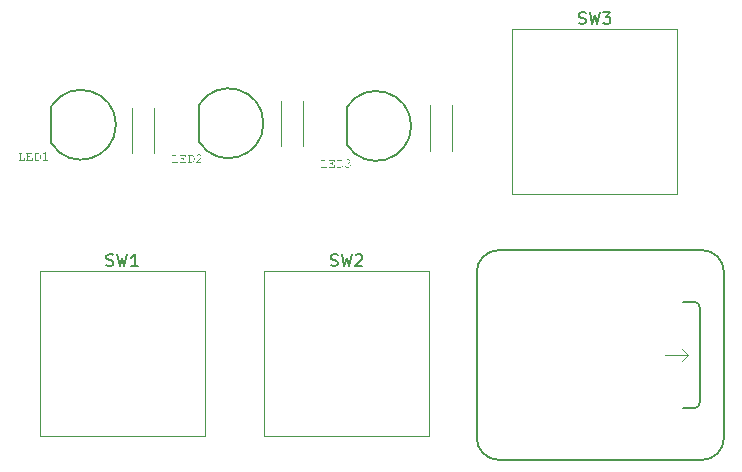
<source format=gbr>
%TF.GenerationSoftware,KiCad,Pcbnew,9.0.1*%
%TF.CreationDate,2025-07-02T16:10:44-04:00*%
%TF.ProjectId,pathfinder,70617468-6669-46e6-9465-722e6b696361,rev?*%
%TF.SameCoordinates,Original*%
%TF.FileFunction,Legend,Top*%
%TF.FilePolarity,Positive*%
%FSLAX46Y46*%
G04 Gerber Fmt 4.6, Leading zero omitted, Abs format (unit mm)*
G04 Created by KiCad (PCBNEW 9.0.1) date 2025-07-02 16:10:44*
%MOMM*%
%LPD*%
G01*
G04 APERTURE LIST*
%ADD10C,0.150000*%
%ADD11C,0.127000*%
%ADD12C,0.100000*%
%ADD13C,0.120000*%
G04 APERTURE END LIST*
D10*
G36*
X128913559Y-56738001D02*
G01*
X128913559Y-57285105D01*
X129218521Y-57285105D01*
X129218521Y-57103779D01*
X129220404Y-57088546D01*
X129225066Y-57079794D01*
X129232543Y-57074361D01*
X129242017Y-57072516D01*
X129251044Y-57074274D01*
X129258381Y-57079501D01*
X129263055Y-57088116D01*
X129264976Y-57103779D01*
X129264976Y-57332000D01*
X128757830Y-57332000D01*
X128742929Y-57330086D01*
X128734285Y-57325307D01*
X128728987Y-57317807D01*
X128727202Y-57308552D01*
X128729021Y-57298886D01*
X128734285Y-57291553D01*
X128742903Y-57286957D01*
X128757830Y-57285105D01*
X128867104Y-57285105D01*
X128867104Y-56738001D01*
X128757830Y-56738001D01*
X128742898Y-56736161D01*
X128734285Y-56731602D01*
X128729020Y-56724228D01*
X128727202Y-56714554D01*
X128729021Y-56704887D01*
X128734285Y-56697554D01*
X128742903Y-56692958D01*
X128757830Y-56691106D01*
X129022833Y-56691106D01*
X129037752Y-56692960D01*
X129046329Y-56697554D01*
X129051631Y-56704892D01*
X129053461Y-56714554D01*
X129051633Y-56724224D01*
X129046329Y-56731602D01*
X129037757Y-56736160D01*
X129022833Y-56738001D01*
X128913559Y-56738001D01*
G37*
G36*
X129514983Y-57022495D02*
G01*
X129514983Y-57285105D01*
X129868011Y-57285105D01*
X129868011Y-57150674D01*
X129869819Y-57135409D01*
X129874264Y-57126689D01*
X129881506Y-57121267D01*
X129890970Y-57119411D01*
X129900425Y-57121269D01*
X129907627Y-57126689D01*
X129912108Y-57135414D01*
X129913929Y-57150674D01*
X129913929Y-57332000D01*
X129407320Y-57332000D01*
X129392463Y-57330087D01*
X129383824Y-57325307D01*
X129378527Y-57317807D01*
X129376741Y-57308552D01*
X129378561Y-57298886D01*
X129383824Y-57291553D01*
X129392437Y-57286955D01*
X129407320Y-57285105D01*
X129469065Y-57285105D01*
X129469065Y-56738001D01*
X129407320Y-56738001D01*
X129392432Y-56736163D01*
X129383824Y-56731602D01*
X129378559Y-56724228D01*
X129376741Y-56714554D01*
X129378561Y-56704887D01*
X129383824Y-56697554D01*
X129392437Y-56692957D01*
X129407320Y-56691106D01*
X129889895Y-56691106D01*
X129889895Y-56847422D01*
X129888077Y-56862689D01*
X129883594Y-56871455D01*
X129876396Y-56876837D01*
X129866936Y-56878685D01*
X129857468Y-56876839D01*
X129850230Y-56871455D01*
X129845784Y-56862694D01*
X129843978Y-56847422D01*
X129843978Y-56738001D01*
X129514983Y-56738001D01*
X129514983Y-56975600D01*
X129679456Y-56975600D01*
X129679456Y-56925579D01*
X129681339Y-56910346D01*
X129686001Y-56901595D01*
X129693478Y-56896161D01*
X129702952Y-56894316D01*
X129711955Y-56896137D01*
X129719316Y-56901595D01*
X129724015Y-56910351D01*
X129725911Y-56925579D01*
X129725911Y-57072516D01*
X129724017Y-57087752D01*
X129719316Y-57096549D01*
X129711959Y-57101968D01*
X129702952Y-57103779D01*
X129693474Y-57101945D01*
X129686001Y-57096549D01*
X129681337Y-57087757D01*
X129679456Y-57072516D01*
X129679456Y-57022495D01*
X129514983Y-57022495D01*
G37*
G36*
X130402008Y-56693868D02*
G01*
X130437075Y-56701949D01*
X130469679Y-56715237D01*
X130513244Y-56742035D01*
X130542659Y-56769997D01*
X130580980Y-56824088D01*
X130608262Y-56880101D01*
X130619879Y-56924537D01*
X130624089Y-56979801D01*
X130624089Y-57043304D01*
X130620655Y-57089751D01*
X130610342Y-57135256D01*
X130592924Y-57180276D01*
X130568390Y-57221455D01*
X130534255Y-57259887D01*
X130489121Y-57295852D01*
X130451612Y-57315751D01*
X130410214Y-57327840D01*
X130363971Y-57332000D01*
X130116943Y-57332000D01*
X130102086Y-57330087D01*
X130093447Y-57325307D01*
X130088150Y-57317807D01*
X130086364Y-57308552D01*
X130088184Y-57298886D01*
X130093447Y-57291553D01*
X130102060Y-57286955D01*
X130116943Y-57285105D01*
X130155729Y-57285105D01*
X130201647Y-57285105D01*
X130368318Y-57285105D01*
X130405737Y-57281007D01*
X130441652Y-57268665D01*
X130476811Y-57247443D01*
X130508129Y-57220227D01*
X130533274Y-57190189D01*
X130552770Y-57157073D01*
X130572027Y-57103871D01*
X130578172Y-57053074D01*
X130578172Y-56970080D01*
X130574607Y-56929009D01*
X130564494Y-56894170D01*
X130541005Y-56847235D01*
X130508758Y-56801895D01*
X130485663Y-56779830D01*
X130450823Y-56757931D01*
X130411203Y-56743015D01*
X130368318Y-56738001D01*
X130201647Y-56738001D01*
X130201647Y-57285105D01*
X130155729Y-57285105D01*
X130155729Y-56738001D01*
X130116943Y-56738001D01*
X130102055Y-56736163D01*
X130093447Y-56731602D01*
X130088182Y-56724228D01*
X130086364Y-56714554D01*
X130088184Y-56704887D01*
X130093447Y-56697554D01*
X130102060Y-56692957D01*
X130116943Y-56691106D01*
X130363971Y-56691106D01*
X130402008Y-56693868D01*
G37*
G36*
X130809616Y-57285105D02*
G01*
X131162107Y-57285105D01*
X131162107Y-57266542D01*
X131163992Y-57251215D01*
X131168653Y-57242411D01*
X131176134Y-57236939D01*
X131185604Y-57235084D01*
X131194649Y-57236907D01*
X131202017Y-57242362D01*
X131206680Y-57251161D01*
X131208562Y-57266445D01*
X131208562Y-57332000D01*
X130764822Y-57332000D01*
X130764822Y-57263270D01*
X130903038Y-57136474D01*
X131036957Y-57007938D01*
X131121661Y-56918741D01*
X131141924Y-56890470D01*
X131153070Y-56868622D01*
X131159476Y-56846761D01*
X131161570Y-56825098D01*
X131156420Y-56787759D01*
X131140966Y-56753367D01*
X131114040Y-56720806D01*
X131080115Y-56695593D01*
X131042295Y-56680606D01*
X130999295Y-56675475D01*
X130960328Y-56679345D01*
X130925080Y-56690681D01*
X130892708Y-56709571D01*
X130864883Y-56734658D01*
X130845128Y-56762621D01*
X130832575Y-56793981D01*
X130824417Y-56810736D01*
X130809079Y-56816159D01*
X130800498Y-56814577D01*
X130793496Y-56809906D01*
X130788800Y-56803027D01*
X130787244Y-56794958D01*
X130793116Y-56767556D01*
X130815918Y-56724274D01*
X130837266Y-56696871D01*
X130863489Y-56673563D01*
X130895150Y-56654128D01*
X130929567Y-56639789D01*
X130963956Y-56631368D01*
X130998709Y-56628580D01*
X131040481Y-56632379D01*
X131078509Y-56643501D01*
X131113586Y-56661948D01*
X131146281Y-56688273D01*
X131174100Y-56720202D01*
X131193099Y-56753013D01*
X131204278Y-56787193D01*
X131208025Y-56823437D01*
X131205355Y-56854276D01*
X131197620Y-56881762D01*
X131184429Y-56908218D01*
X131162401Y-56939794D01*
X131131943Y-56974658D01*
X131073057Y-57034756D01*
X130917961Y-57183957D01*
X130809616Y-57281832D01*
X130809616Y-57285105D01*
G37*
G36*
X141513559Y-57163001D02*
G01*
X141513559Y-57710105D01*
X141818521Y-57710105D01*
X141818521Y-57528779D01*
X141820404Y-57513546D01*
X141825066Y-57504794D01*
X141832543Y-57499361D01*
X141842017Y-57497516D01*
X141851044Y-57499274D01*
X141858381Y-57504501D01*
X141863055Y-57513116D01*
X141864976Y-57528779D01*
X141864976Y-57757000D01*
X141357830Y-57757000D01*
X141342929Y-57755086D01*
X141334285Y-57750307D01*
X141328987Y-57742807D01*
X141327202Y-57733552D01*
X141329021Y-57723886D01*
X141334285Y-57716553D01*
X141342903Y-57711957D01*
X141357830Y-57710105D01*
X141467104Y-57710105D01*
X141467104Y-57163001D01*
X141357830Y-57163001D01*
X141342898Y-57161161D01*
X141334285Y-57156602D01*
X141329020Y-57149228D01*
X141327202Y-57139554D01*
X141329021Y-57129887D01*
X141334285Y-57122554D01*
X141342903Y-57117958D01*
X141357830Y-57116106D01*
X141622833Y-57116106D01*
X141637752Y-57117960D01*
X141646329Y-57122554D01*
X141651631Y-57129892D01*
X141653461Y-57139554D01*
X141651633Y-57149224D01*
X141646329Y-57156602D01*
X141637757Y-57161160D01*
X141622833Y-57163001D01*
X141513559Y-57163001D01*
G37*
G36*
X142114983Y-57447495D02*
G01*
X142114983Y-57710105D01*
X142468011Y-57710105D01*
X142468011Y-57575674D01*
X142469819Y-57560409D01*
X142474264Y-57551689D01*
X142481506Y-57546267D01*
X142490970Y-57544411D01*
X142500425Y-57546269D01*
X142507627Y-57551689D01*
X142512108Y-57560414D01*
X142513929Y-57575674D01*
X142513929Y-57757000D01*
X142007320Y-57757000D01*
X141992463Y-57755087D01*
X141983824Y-57750307D01*
X141978527Y-57742807D01*
X141976741Y-57733552D01*
X141978561Y-57723886D01*
X141983824Y-57716553D01*
X141992437Y-57711955D01*
X142007320Y-57710105D01*
X142069065Y-57710105D01*
X142069065Y-57163001D01*
X142007320Y-57163001D01*
X141992432Y-57161163D01*
X141983824Y-57156602D01*
X141978559Y-57149228D01*
X141976741Y-57139554D01*
X141978561Y-57129887D01*
X141983824Y-57122554D01*
X141992437Y-57117957D01*
X142007320Y-57116106D01*
X142489895Y-57116106D01*
X142489895Y-57272422D01*
X142488077Y-57287689D01*
X142483594Y-57296455D01*
X142476396Y-57301837D01*
X142466936Y-57303685D01*
X142457468Y-57301839D01*
X142450230Y-57296455D01*
X142445784Y-57287694D01*
X142443978Y-57272422D01*
X142443978Y-57163001D01*
X142114983Y-57163001D01*
X142114983Y-57400600D01*
X142279456Y-57400600D01*
X142279456Y-57350579D01*
X142281339Y-57335346D01*
X142286001Y-57326595D01*
X142293478Y-57321161D01*
X142302952Y-57319316D01*
X142311955Y-57321137D01*
X142319316Y-57326595D01*
X142324015Y-57335351D01*
X142325911Y-57350579D01*
X142325911Y-57497516D01*
X142324017Y-57512752D01*
X142319316Y-57521549D01*
X142311959Y-57526968D01*
X142302952Y-57528779D01*
X142293474Y-57526945D01*
X142286001Y-57521549D01*
X142281337Y-57512757D01*
X142279456Y-57497516D01*
X142279456Y-57447495D01*
X142114983Y-57447495D01*
G37*
G36*
X143002008Y-57118868D02*
G01*
X143037075Y-57126949D01*
X143069679Y-57140237D01*
X143113244Y-57167035D01*
X143142659Y-57194997D01*
X143180980Y-57249088D01*
X143208262Y-57305101D01*
X143219879Y-57349537D01*
X143224089Y-57404801D01*
X143224089Y-57468304D01*
X143220655Y-57514751D01*
X143210342Y-57560256D01*
X143192924Y-57605276D01*
X143168390Y-57646455D01*
X143134255Y-57684887D01*
X143089121Y-57720852D01*
X143051612Y-57740751D01*
X143010214Y-57752840D01*
X142963971Y-57757000D01*
X142716943Y-57757000D01*
X142702086Y-57755087D01*
X142693447Y-57750307D01*
X142688150Y-57742807D01*
X142686364Y-57733552D01*
X142688184Y-57723886D01*
X142693447Y-57716553D01*
X142702060Y-57711955D01*
X142716943Y-57710105D01*
X142755729Y-57710105D01*
X142801647Y-57710105D01*
X142968318Y-57710105D01*
X143005737Y-57706007D01*
X143041652Y-57693665D01*
X143076811Y-57672443D01*
X143108129Y-57645227D01*
X143133274Y-57615189D01*
X143152770Y-57582073D01*
X143172027Y-57528871D01*
X143178172Y-57478074D01*
X143178172Y-57395080D01*
X143174607Y-57354009D01*
X143164494Y-57319170D01*
X143141005Y-57272235D01*
X143108758Y-57226895D01*
X143085663Y-57204830D01*
X143050823Y-57182931D01*
X143011203Y-57168015D01*
X142968318Y-57163001D01*
X142801647Y-57163001D01*
X142801647Y-57710105D01*
X142755729Y-57710105D01*
X142755729Y-57163001D01*
X142716943Y-57163001D01*
X142702055Y-57161163D01*
X142693447Y-57156602D01*
X142688182Y-57149228D01*
X142686364Y-57139554D01*
X142688184Y-57129887D01*
X142693447Y-57122554D01*
X142702060Y-57117957D01*
X142716943Y-57116106D01*
X142963971Y-57116106D01*
X143002008Y-57118868D01*
G37*
G36*
X143701486Y-57382526D02*
G01*
X143741384Y-57404491D01*
X143773255Y-57430447D01*
X143798158Y-57460489D01*
X143817007Y-57494683D01*
X143827923Y-57528851D01*
X143831521Y-57563608D01*
X143827423Y-57603311D01*
X143815246Y-57640372D01*
X143794635Y-57675578D01*
X143764550Y-57709470D01*
X143729288Y-57736914D01*
X143690176Y-57756480D01*
X143646454Y-57768476D01*
X143597097Y-57772631D01*
X143538107Y-57766475D01*
X143474682Y-57747083D01*
X143417245Y-57719101D01*
X143386169Y-57694913D01*
X143379912Y-57685517D01*
X143377962Y-57676057D01*
X143379515Y-57667754D01*
X143384215Y-57660524D01*
X143391176Y-57655483D01*
X143399260Y-57653831D01*
X143407967Y-57655666D01*
X143418946Y-57662136D01*
X143463129Y-57690624D01*
X143507393Y-57710290D01*
X143552216Y-57721880D01*
X143598172Y-57725736D01*
X143649392Y-57719982D01*
X143693383Y-57703389D01*
X143731772Y-57675911D01*
X143762592Y-57640073D01*
X143779925Y-57603525D01*
X143785604Y-57565073D01*
X143782782Y-57538606D01*
X143774143Y-57512084D01*
X143759079Y-57485011D01*
X143739324Y-57461185D01*
X143714188Y-57440615D01*
X143682875Y-57423217D01*
X143632432Y-57406155D01*
X143582345Y-57400600D01*
X143567423Y-57398736D01*
X143558800Y-57394103D01*
X143553539Y-57386670D01*
X143551717Y-57376860D01*
X143553451Y-57367493D01*
X143558555Y-57359958D01*
X143566632Y-57355027D01*
X143579072Y-57353168D01*
X143618395Y-57353706D01*
X143658081Y-57349334D01*
X143691594Y-57336827D01*
X143720293Y-57316288D01*
X143743070Y-57289330D01*
X143756137Y-57260730D01*
X143760495Y-57229533D01*
X143755948Y-57197308D01*
X143742282Y-57167628D01*
X143718388Y-57139505D01*
X143688278Y-57118227D01*
X143652220Y-57105109D01*
X143608576Y-57100475D01*
X143562404Y-57104737D01*
X143521089Y-57117132D01*
X143484628Y-57137191D01*
X143457195Y-57162561D01*
X143443810Y-57176141D01*
X143433161Y-57178632D01*
X143424541Y-57177029D01*
X143417285Y-57172233D01*
X143412364Y-57165182D01*
X143410740Y-57156944D01*
X143414389Y-57143730D01*
X143428126Y-57125788D01*
X143458269Y-57100817D01*
X143504255Y-57074623D01*
X143553983Y-57058927D01*
X143608576Y-57053580D01*
X143651410Y-57057067D01*
X143688870Y-57067073D01*
X143721901Y-57083265D01*
X143751214Y-57105799D01*
X143776049Y-57133749D01*
X143793223Y-57163414D01*
X143803470Y-57195282D01*
X143806950Y-57230070D01*
X143804021Y-57259911D01*
X143795215Y-57288713D01*
X143780181Y-57316972D01*
X143760099Y-57341903D01*
X143734164Y-57363729D01*
X143701486Y-57382526D01*
G37*
X142166667Y-66033200D02*
X142309524Y-66080819D01*
X142309524Y-66080819D02*
X142547619Y-66080819D01*
X142547619Y-66080819D02*
X142642857Y-66033200D01*
X142642857Y-66033200D02*
X142690476Y-65985580D01*
X142690476Y-65985580D02*
X142738095Y-65890342D01*
X142738095Y-65890342D02*
X142738095Y-65795104D01*
X142738095Y-65795104D02*
X142690476Y-65699866D01*
X142690476Y-65699866D02*
X142642857Y-65652247D01*
X142642857Y-65652247D02*
X142547619Y-65604628D01*
X142547619Y-65604628D02*
X142357143Y-65557009D01*
X142357143Y-65557009D02*
X142261905Y-65509390D01*
X142261905Y-65509390D02*
X142214286Y-65461771D01*
X142214286Y-65461771D02*
X142166667Y-65366533D01*
X142166667Y-65366533D02*
X142166667Y-65271295D01*
X142166667Y-65271295D02*
X142214286Y-65176057D01*
X142214286Y-65176057D02*
X142261905Y-65128438D01*
X142261905Y-65128438D02*
X142357143Y-65080819D01*
X142357143Y-65080819D02*
X142595238Y-65080819D01*
X142595238Y-65080819D02*
X142738095Y-65128438D01*
X143071429Y-65080819D02*
X143309524Y-66080819D01*
X143309524Y-66080819D02*
X143500000Y-65366533D01*
X143500000Y-65366533D02*
X143690476Y-66080819D01*
X143690476Y-66080819D02*
X143928572Y-65080819D01*
X144261905Y-65176057D02*
X144309524Y-65128438D01*
X144309524Y-65128438D02*
X144404762Y-65080819D01*
X144404762Y-65080819D02*
X144642857Y-65080819D01*
X144642857Y-65080819D02*
X144738095Y-65128438D01*
X144738095Y-65128438D02*
X144785714Y-65176057D01*
X144785714Y-65176057D02*
X144833333Y-65271295D01*
X144833333Y-65271295D02*
X144833333Y-65366533D01*
X144833333Y-65366533D02*
X144785714Y-65509390D01*
X144785714Y-65509390D02*
X144214286Y-66080819D01*
X144214286Y-66080819D02*
X144833333Y-66080819D01*
G36*
X115913559Y-56563001D02*
G01*
X115913559Y-57110105D01*
X116218521Y-57110105D01*
X116218521Y-56928779D01*
X116220404Y-56913546D01*
X116225066Y-56904794D01*
X116232543Y-56899361D01*
X116242017Y-56897516D01*
X116251044Y-56899274D01*
X116258381Y-56904501D01*
X116263055Y-56913116D01*
X116264976Y-56928779D01*
X116264976Y-57157000D01*
X115757830Y-57157000D01*
X115742929Y-57155086D01*
X115734285Y-57150307D01*
X115728987Y-57142807D01*
X115727202Y-57133552D01*
X115729021Y-57123886D01*
X115734285Y-57116553D01*
X115742903Y-57111957D01*
X115757830Y-57110105D01*
X115867104Y-57110105D01*
X115867104Y-56563001D01*
X115757830Y-56563001D01*
X115742898Y-56561161D01*
X115734285Y-56556602D01*
X115729020Y-56549228D01*
X115727202Y-56539554D01*
X115729021Y-56529887D01*
X115734285Y-56522554D01*
X115742903Y-56517958D01*
X115757830Y-56516106D01*
X116022833Y-56516106D01*
X116037752Y-56517960D01*
X116046329Y-56522554D01*
X116051631Y-56529892D01*
X116053461Y-56539554D01*
X116051633Y-56549224D01*
X116046329Y-56556602D01*
X116037757Y-56561160D01*
X116022833Y-56563001D01*
X115913559Y-56563001D01*
G37*
G36*
X116514983Y-56847495D02*
G01*
X116514983Y-57110105D01*
X116868011Y-57110105D01*
X116868011Y-56975674D01*
X116869819Y-56960409D01*
X116874264Y-56951689D01*
X116881506Y-56946267D01*
X116890970Y-56944411D01*
X116900425Y-56946269D01*
X116907627Y-56951689D01*
X116912108Y-56960414D01*
X116913929Y-56975674D01*
X116913929Y-57157000D01*
X116407320Y-57157000D01*
X116392463Y-57155087D01*
X116383824Y-57150307D01*
X116378527Y-57142807D01*
X116376741Y-57133552D01*
X116378561Y-57123886D01*
X116383824Y-57116553D01*
X116392437Y-57111955D01*
X116407320Y-57110105D01*
X116469065Y-57110105D01*
X116469065Y-56563001D01*
X116407320Y-56563001D01*
X116392432Y-56561163D01*
X116383824Y-56556602D01*
X116378559Y-56549228D01*
X116376741Y-56539554D01*
X116378561Y-56529887D01*
X116383824Y-56522554D01*
X116392437Y-56517957D01*
X116407320Y-56516106D01*
X116889895Y-56516106D01*
X116889895Y-56672422D01*
X116888077Y-56687689D01*
X116883594Y-56696455D01*
X116876396Y-56701837D01*
X116866936Y-56703685D01*
X116857468Y-56701839D01*
X116850230Y-56696455D01*
X116845784Y-56687694D01*
X116843978Y-56672422D01*
X116843978Y-56563001D01*
X116514983Y-56563001D01*
X116514983Y-56800600D01*
X116679456Y-56800600D01*
X116679456Y-56750579D01*
X116681339Y-56735346D01*
X116686001Y-56726595D01*
X116693478Y-56721161D01*
X116702952Y-56719316D01*
X116711955Y-56721137D01*
X116719316Y-56726595D01*
X116724015Y-56735351D01*
X116725911Y-56750579D01*
X116725911Y-56897516D01*
X116724017Y-56912752D01*
X116719316Y-56921549D01*
X116711959Y-56926968D01*
X116702952Y-56928779D01*
X116693474Y-56926945D01*
X116686001Y-56921549D01*
X116681337Y-56912757D01*
X116679456Y-56897516D01*
X116679456Y-56847495D01*
X116514983Y-56847495D01*
G37*
G36*
X117402008Y-56518868D02*
G01*
X117437075Y-56526949D01*
X117469679Y-56540237D01*
X117513244Y-56567035D01*
X117542659Y-56594997D01*
X117580980Y-56649088D01*
X117608262Y-56705101D01*
X117619879Y-56749537D01*
X117624089Y-56804801D01*
X117624089Y-56868304D01*
X117620655Y-56914751D01*
X117610342Y-56960256D01*
X117592924Y-57005276D01*
X117568390Y-57046455D01*
X117534255Y-57084887D01*
X117489121Y-57120852D01*
X117451612Y-57140751D01*
X117410214Y-57152840D01*
X117363971Y-57157000D01*
X117116943Y-57157000D01*
X117102086Y-57155087D01*
X117093447Y-57150307D01*
X117088150Y-57142807D01*
X117086364Y-57133552D01*
X117088184Y-57123886D01*
X117093447Y-57116553D01*
X117102060Y-57111955D01*
X117116943Y-57110105D01*
X117155729Y-57110105D01*
X117201647Y-57110105D01*
X117368318Y-57110105D01*
X117405737Y-57106007D01*
X117441652Y-57093665D01*
X117476811Y-57072443D01*
X117508129Y-57045227D01*
X117533274Y-57015189D01*
X117552770Y-56982073D01*
X117572027Y-56928871D01*
X117578172Y-56878074D01*
X117578172Y-56795080D01*
X117574607Y-56754009D01*
X117564494Y-56719170D01*
X117541005Y-56672235D01*
X117508758Y-56626895D01*
X117485663Y-56604830D01*
X117450823Y-56582931D01*
X117411203Y-56568015D01*
X117368318Y-56563001D01*
X117201647Y-56563001D01*
X117201647Y-57110105D01*
X117155729Y-57110105D01*
X117155729Y-56563001D01*
X117116943Y-56563001D01*
X117102055Y-56561163D01*
X117093447Y-56556602D01*
X117088182Y-56549228D01*
X117086364Y-56539554D01*
X117088184Y-56529887D01*
X117093447Y-56522554D01*
X117102060Y-56517957D01*
X117116943Y-56516106D01*
X117363971Y-56516106D01*
X117402008Y-56518868D01*
G37*
G36*
X118029874Y-56462959D02*
G01*
X118029874Y-57110105D01*
X118187264Y-57110105D01*
X118202183Y-57111959D01*
X118210761Y-57116553D01*
X118216062Y-57123890D01*
X118217893Y-57133552D01*
X118216096Y-57142803D01*
X118210761Y-57150307D01*
X118202157Y-57155084D01*
X118187264Y-57157000D01*
X117826567Y-57157000D01*
X117811709Y-57155087D01*
X117803070Y-57150307D01*
X117797773Y-57142807D01*
X117795987Y-57133552D01*
X117797807Y-57123886D01*
X117803070Y-57116553D01*
X117811683Y-57111955D01*
X117826567Y-57110105D01*
X117983957Y-57110105D01*
X117983957Y-56525485D01*
X117834236Y-56572233D01*
X117818360Y-56575506D01*
X117810691Y-56573891D01*
X117803364Y-56568765D01*
X117798213Y-56561327D01*
X117796525Y-56552792D01*
X117801996Y-56537648D01*
X117820021Y-56528416D01*
X118029874Y-56462959D01*
G37*
X163166667Y-45533200D02*
X163309524Y-45580819D01*
X163309524Y-45580819D02*
X163547619Y-45580819D01*
X163547619Y-45580819D02*
X163642857Y-45533200D01*
X163642857Y-45533200D02*
X163690476Y-45485580D01*
X163690476Y-45485580D02*
X163738095Y-45390342D01*
X163738095Y-45390342D02*
X163738095Y-45295104D01*
X163738095Y-45295104D02*
X163690476Y-45199866D01*
X163690476Y-45199866D02*
X163642857Y-45152247D01*
X163642857Y-45152247D02*
X163547619Y-45104628D01*
X163547619Y-45104628D02*
X163357143Y-45057009D01*
X163357143Y-45057009D02*
X163261905Y-45009390D01*
X163261905Y-45009390D02*
X163214286Y-44961771D01*
X163214286Y-44961771D02*
X163166667Y-44866533D01*
X163166667Y-44866533D02*
X163166667Y-44771295D01*
X163166667Y-44771295D02*
X163214286Y-44676057D01*
X163214286Y-44676057D02*
X163261905Y-44628438D01*
X163261905Y-44628438D02*
X163357143Y-44580819D01*
X163357143Y-44580819D02*
X163595238Y-44580819D01*
X163595238Y-44580819D02*
X163738095Y-44628438D01*
X164071429Y-44580819D02*
X164309524Y-45580819D01*
X164309524Y-45580819D02*
X164500000Y-44866533D01*
X164500000Y-44866533D02*
X164690476Y-45580819D01*
X164690476Y-45580819D02*
X164928572Y-44580819D01*
X165214286Y-44580819D02*
X165833333Y-44580819D01*
X165833333Y-44580819D02*
X165500000Y-44961771D01*
X165500000Y-44961771D02*
X165642857Y-44961771D01*
X165642857Y-44961771D02*
X165738095Y-45009390D01*
X165738095Y-45009390D02*
X165785714Y-45057009D01*
X165785714Y-45057009D02*
X165833333Y-45152247D01*
X165833333Y-45152247D02*
X165833333Y-45390342D01*
X165833333Y-45390342D02*
X165785714Y-45485580D01*
X165785714Y-45485580D02*
X165738095Y-45533200D01*
X165738095Y-45533200D02*
X165642857Y-45580819D01*
X165642857Y-45580819D02*
X165357143Y-45580819D01*
X165357143Y-45580819D02*
X165261905Y-45533200D01*
X165261905Y-45533200D02*
X165214286Y-45485580D01*
X123166667Y-66033200D02*
X123309524Y-66080819D01*
X123309524Y-66080819D02*
X123547619Y-66080819D01*
X123547619Y-66080819D02*
X123642857Y-66033200D01*
X123642857Y-66033200D02*
X123690476Y-65985580D01*
X123690476Y-65985580D02*
X123738095Y-65890342D01*
X123738095Y-65890342D02*
X123738095Y-65795104D01*
X123738095Y-65795104D02*
X123690476Y-65699866D01*
X123690476Y-65699866D02*
X123642857Y-65652247D01*
X123642857Y-65652247D02*
X123547619Y-65604628D01*
X123547619Y-65604628D02*
X123357143Y-65557009D01*
X123357143Y-65557009D02*
X123261905Y-65509390D01*
X123261905Y-65509390D02*
X123214286Y-65461771D01*
X123214286Y-65461771D02*
X123166667Y-65366533D01*
X123166667Y-65366533D02*
X123166667Y-65271295D01*
X123166667Y-65271295D02*
X123214286Y-65176057D01*
X123214286Y-65176057D02*
X123261905Y-65128438D01*
X123261905Y-65128438D02*
X123357143Y-65080819D01*
X123357143Y-65080819D02*
X123595238Y-65080819D01*
X123595238Y-65080819D02*
X123738095Y-65128438D01*
X124071429Y-65080819D02*
X124309524Y-66080819D01*
X124309524Y-66080819D02*
X124500000Y-65366533D01*
X124500000Y-65366533D02*
X124690476Y-66080819D01*
X124690476Y-66080819D02*
X124928572Y-65080819D01*
X125833333Y-66080819D02*
X125261905Y-66080819D01*
X125547619Y-66080819D02*
X125547619Y-65080819D01*
X125547619Y-65080819D02*
X125452381Y-65223676D01*
X125452381Y-65223676D02*
X125357143Y-65318914D01*
X125357143Y-65318914D02*
X125261905Y-65366533D01*
D11*
%TO.C,LED2*%
X131000000Y-52434000D02*
X131000000Y-55566000D01*
X131000000Y-52434000D02*
G75*
G02*
X131000000Y-55566000I2506124J-1566000D01*
G01*
%TO.C,LED3*%
X143500000Y-52659000D02*
X143500000Y-55791000D01*
X143500000Y-52659000D02*
G75*
G02*
X143500000Y-55791000I2506124J-1566000D01*
G01*
%TO.C,U1*%
X154506000Y-66635000D02*
X154506000Y-80605000D01*
X156411000Y-64730000D02*
X173556000Y-64730000D01*
X156411000Y-82510000D02*
X173556000Y-82510000D01*
D12*
X170420000Y-73620000D02*
X172420000Y-73620000D01*
D11*
X172010000Y-69118636D02*
X172920272Y-69122364D01*
D12*
X172420000Y-73620000D02*
X171920000Y-73120000D01*
X172420000Y-73620000D02*
X171920000Y-74120000D01*
D11*
X172920000Y-78117636D02*
X172010000Y-78117636D01*
X173420000Y-69622364D02*
X173420000Y-77617636D01*
D12*
X175461000Y-80605000D02*
X175461000Y-66635000D01*
D11*
X175461000Y-80605000D02*
X175461000Y-66635000D01*
X154506000Y-66635000D02*
G75*
G02*
X156411000Y-64730000I1905001J-1D01*
G01*
X156411000Y-82510000D02*
G75*
G02*
X154506000Y-80605000I0J1905000D01*
G01*
X172920272Y-69122364D02*
G75*
G02*
X173419999Y-69622364I-291J-500018D01*
G01*
X173420000Y-77617636D02*
G75*
G02*
X172920000Y-78117630I-500000J6D01*
G01*
X173556000Y-64730000D02*
G75*
G02*
X175461000Y-66635000I-1J-1905001D01*
G01*
X175461000Y-80605000D02*
G75*
G02*
X173556000Y-82510000I-1905000J0D01*
G01*
D13*
%TO.C,R1*%
X125330000Y-52705000D02*
X125330000Y-56545000D01*
X127170000Y-52705000D02*
X127170000Y-56545000D01*
%TO.C,SW2*%
X136515000Y-66515000D02*
X150485000Y-66515000D01*
X136515000Y-80485000D02*
X136515000Y-66515000D01*
X150485000Y-66515000D02*
X150485000Y-80485000D01*
X150485000Y-80485000D02*
X136515000Y-80485000D01*
D11*
%TO.C,LED1*%
X118505000Y-52559000D02*
X118505000Y-55691000D01*
X118505000Y-52559000D02*
G75*
G02*
X118505000Y-55691000I2506124J-1566000D01*
G01*
D13*
%TO.C,R2*%
X137980000Y-52080000D02*
X137980000Y-55920000D01*
X139820000Y-52080000D02*
X139820000Y-55920000D01*
%TO.C,SW3*%
X157515000Y-46015000D02*
X171485000Y-46015000D01*
X157515000Y-59985000D02*
X157515000Y-46015000D01*
X171485000Y-46015000D02*
X171485000Y-59985000D01*
X171485000Y-59985000D02*
X157515000Y-59985000D01*
%TO.C,R3*%
X150580000Y-52480000D02*
X150580000Y-56320000D01*
X152420000Y-52480000D02*
X152420000Y-56320000D01*
%TO.C,SW1*%
X117515000Y-66515000D02*
X131485000Y-66515000D01*
X117515000Y-80485000D02*
X117515000Y-66515000D01*
X131485000Y-66515000D02*
X131485000Y-80485000D01*
X131485000Y-80485000D02*
X117515000Y-80485000D01*
%TD*%
M02*

</source>
